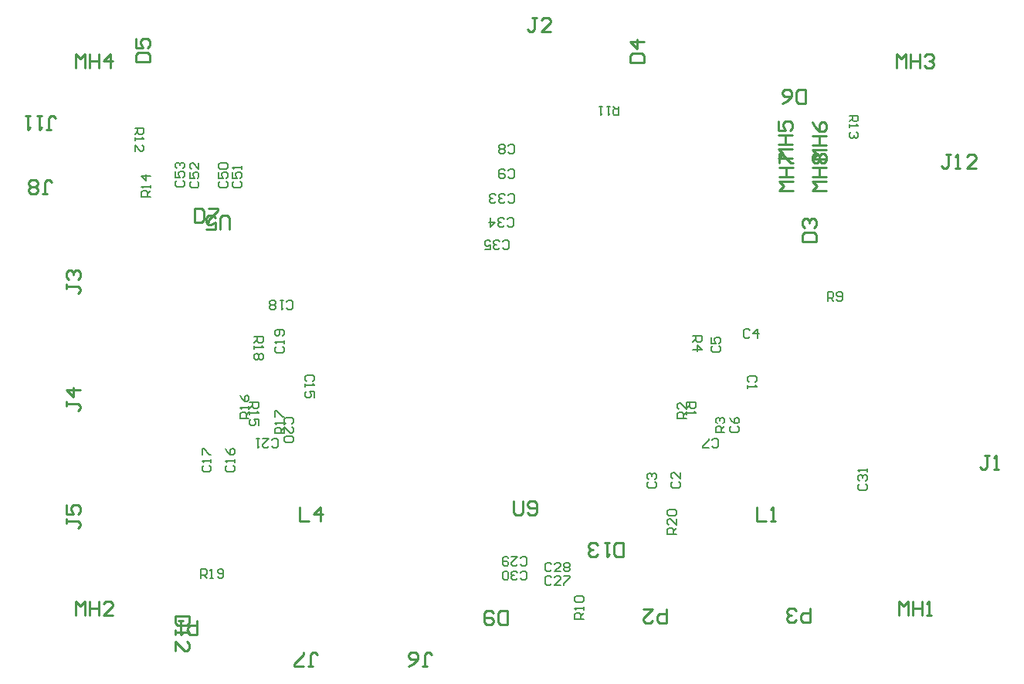
<source format=gbr>
%TF.GenerationSoftware,Altium Limited,Altium Designer,22.5.1 (42)*%
G04 Layer_Color=32768*
%FSLAX44Y44*%
%MOMM*%
%TF.SameCoordinates,15DEB0BC-4505-4058-9DE8-AE4841CA441A*%
%TF.FilePolarity,Positive*%
%TF.FileFunction,Other,Top_Designator*%
%TF.Part,Single*%
G01*
G75*
%TA.AperFunction,NonConductor*%
%ADD68C,0.2000*%
%ADD71C,0.2540*%
%ADD72C,0.1270*%
D68*
X2835Y119669D02*
X4502Y118003D01*
X7834D01*
X9500Y119669D01*
Y126334D01*
X7834Y128000D01*
X4502D01*
X2835Y126334D01*
X-497Y119669D02*
X-2163Y118003D01*
X-5495D01*
X-7161Y119669D01*
Y121335D01*
X-5495Y123001D01*
X-3829D01*
X-5495D01*
X-7161Y124668D01*
Y126334D01*
X-5495Y128000D01*
X-2163D01*
X-497Y126334D01*
X-15492Y128000D02*
Y118003D01*
X-10494Y123001D01*
X-17158D01*
X3335Y146419D02*
X5001Y144753D01*
X8334D01*
X10000Y146419D01*
Y153084D01*
X8334Y154750D01*
X5001D01*
X3335Y153084D01*
X3Y146419D02*
X-1663Y144753D01*
X-4995D01*
X-6661Y146419D01*
Y148085D01*
X-4995Y149752D01*
X-3329D01*
X-4995D01*
X-6661Y151418D01*
Y153084D01*
X-4995Y154750D01*
X-1663D01*
X3Y153084D01*
X-9994Y146419D02*
X-11660Y144753D01*
X-14992D01*
X-16658Y146419D01*
Y148085D01*
X-14992Y149752D01*
X-13326D01*
X-14992D01*
X-16658Y151418D01*
Y153084D01*
X-14992Y154750D01*
X-11660D01*
X-9994Y153084D01*
X3335Y173169D02*
X5001Y171503D01*
X8334D01*
X10000Y173169D01*
Y179834D01*
X8334Y181500D01*
X5001D01*
X3335Y179834D01*
X3D02*
X-1663Y181500D01*
X-4995D01*
X-6661Y179834D01*
Y173169D01*
X-4995Y171503D01*
X-1663D01*
X3Y173169D01*
Y174835D01*
X-1663Y176502D01*
X-6661D01*
X3335Y200419D02*
X5001Y198753D01*
X8334D01*
X10000Y200419D01*
Y207084D01*
X8334Y208750D01*
X5001D01*
X3335Y207084D01*
X3Y200419D02*
X-1663Y198753D01*
X-4995D01*
X-6661Y200419D01*
Y202085D01*
X-4995Y203752D01*
X-6661Y205418D01*
Y207084D01*
X-4995Y208750D01*
X-1663D01*
X3Y207084D01*
Y205418D01*
X-1663Y203752D01*
X3Y202085D01*
Y200419D01*
X-1663Y203752D02*
X-4995D01*
X-239415Y29669D02*
X-237749Y28003D01*
X-234416D01*
X-232750Y29669D01*
Y36334D01*
X-234416Y38000D01*
X-237749D01*
X-239415Y36334D01*
X-242747Y38000D02*
X-246079D01*
X-244413D01*
Y28003D01*
X-242747Y29669D01*
X-251078D02*
X-252744Y28003D01*
X-256076D01*
X-257742Y29669D01*
Y31335D01*
X-256076Y33001D01*
X-257742Y34668D01*
Y36334D01*
X-256076Y38000D01*
X-252744D01*
X-251078Y36334D01*
Y34668D01*
X-252744Y33001D01*
X-251078Y31335D01*
Y29669D01*
X-252744Y33001D02*
X-256076D01*
X-330331Y-143085D02*
X-331997Y-144752D01*
Y-148084D01*
X-330331Y-149750D01*
X-323666D01*
X-322000Y-148084D01*
Y-144752D01*
X-323666Y-143085D01*
X-322000Y-139753D02*
Y-136421D01*
Y-138087D01*
X-331997D01*
X-330331Y-139753D01*
X-331997Y-131423D02*
Y-124758D01*
X-330331D01*
X-323666Y-131423D01*
X-322000D01*
X-304331Y-143085D02*
X-305997Y-144752D01*
Y-148084D01*
X-304331Y-149750D01*
X-297666D01*
X-296000Y-148084D01*
Y-144752D01*
X-297666Y-143085D01*
X-296000Y-139753D02*
Y-136421D01*
Y-138087D01*
X-305997D01*
X-304331Y-139753D01*
X-305997Y-124758D02*
X-304331Y-128090D01*
X-300998Y-131423D01*
X-297666D01*
X-296000Y-129756D01*
Y-126424D01*
X-297666Y-124758D01*
X-299332D01*
X-300998Y-126424D01*
Y-131423D01*
X268665Y4581D02*
X266999Y6247D01*
X263666D01*
X262000Y4581D01*
Y-2084D01*
X263666Y-3750D01*
X266999D01*
X268665Y-2084D01*
X276995Y-3750D02*
Y6247D01*
X271997Y1248D01*
X278661D01*
X157669Y-161586D02*
X156003Y-163252D01*
Y-166584D01*
X157669Y-168250D01*
X164334D01*
X166000Y-166584D01*
Y-163252D01*
X164334Y-161586D01*
X157669Y-158253D02*
X156003Y-156587D01*
Y-153255D01*
X157669Y-151589D01*
X159335D01*
X161002Y-153255D01*
Y-154921D01*
Y-153255D01*
X162668Y-151589D01*
X164334D01*
X166000Y-153255D01*
Y-156587D01*
X164334Y-158253D01*
X184169Y-161336D02*
X182503Y-163002D01*
Y-166334D01*
X184169Y-168000D01*
X190834D01*
X192500Y-166334D01*
Y-163002D01*
X190834Y-161336D01*
X192500Y-151339D02*
Y-158003D01*
X185835Y-151339D01*
X184169D01*
X182503Y-153005D01*
Y-156337D01*
X184169Y-158003D01*
D71*
X-480859Y-201639D02*
Y-206717D01*
Y-204178D01*
X-468164D01*
X-465625Y-206717D01*
Y-209257D01*
X-468164Y-211796D01*
X-480859Y-186404D02*
Y-196561D01*
X-473242D01*
X-475781Y-191483D01*
Y-188943D01*
X-473242Y-186404D01*
X-468164D01*
X-465625Y-188943D01*
Y-194022D01*
X-468164Y-196561D01*
X-480859Y55361D02*
Y50283D01*
Y52822D01*
X-468164D01*
X-465624Y50283D01*
Y47743D01*
X-468164Y45204D01*
X-478320Y60439D02*
X-480859Y62978D01*
Y68057D01*
X-478320Y70596D01*
X-475781D01*
X-473242Y68057D01*
Y65518D01*
Y68057D01*
X-470703Y70596D01*
X-468164D01*
X-465624Y68057D01*
Y62978D01*
X-468164Y60439D01*
X-507211Y154882D02*
X-502132D01*
X-504672D01*
Y167578D01*
X-502132Y170117D01*
X-499593D01*
X-497054Y167578D01*
X-512289Y157422D02*
X-514828Y154882D01*
X-519907D01*
X-522446Y157422D01*
Y159961D01*
X-519907Y162500D01*
X-522446Y165039D01*
Y167578D01*
X-519907Y170117D01*
X-514828D01*
X-512289Y167578D01*
Y165039D01*
X-514828Y162500D01*
X-512289Y159961D01*
Y157422D01*
X-514828Y162500D02*
X-519907D01*
X-502652Y225133D02*
X-497574D01*
X-500113D01*
Y237828D01*
X-497574Y240368D01*
X-495034D01*
X-492495Y237828D01*
X-507730Y240368D02*
X-512809D01*
X-510270D01*
Y225133D01*
X-507730Y227672D01*
X-520426Y240368D02*
X-525505D01*
X-522966D01*
Y225133D01*
X-520426Y227672D01*
X-225196Y-189382D02*
Y-204618D01*
X-215039D01*
X-202343D02*
Y-189382D01*
X-209961Y-197000D01*
X-199804D01*
X-340506Y138597D02*
Y123363D01*
X-332888D01*
X-330349Y125902D01*
Y136058D01*
X-332888Y138597D01*
X-340506D01*
X-325271D02*
X-315114D01*
Y136058D01*
X-325271Y125902D01*
Y123363D01*
X-404598Y299244D02*
X-389362D01*
Y306862D01*
X-391902Y309401D01*
X-402058D01*
X-404598Y306862D01*
Y299244D01*
Y324636D02*
Y314479D01*
X-396980D01*
X-399519Y319557D01*
Y322097D01*
X-396980Y324636D01*
X-391902D01*
X-389362Y322097D01*
Y317018D01*
X-391902Y314479D01*
X176796Y-300583D02*
Y-315818D01*
X169178D01*
X166639Y-313278D01*
Y-308200D01*
X169178Y-305661D01*
X176796D01*
X151404Y-300583D02*
X161561D01*
X151404Y-310739D01*
Y-313278D01*
X153943Y-315818D01*
X159022D01*
X161561Y-313278D01*
X9173Y-182633D02*
Y-195328D01*
X11712Y-197868D01*
X16791D01*
X19330Y-195328D01*
Y-182633D01*
X24408Y-195328D02*
X26947Y-197868D01*
X32026D01*
X34565Y-195328D01*
Y-185172D01*
X32026Y-182633D01*
X26947D01*
X24408Y-185172D01*
Y-187711D01*
X26947Y-190250D01*
X34565D01*
X276343Y-189382D02*
Y-204618D01*
X286500D01*
X291578D02*
X296657D01*
X294118D01*
Y-189382D01*
X291578Y-191922D01*
X531240Y-132122D02*
X526162D01*
X528701D01*
Y-144818D01*
X526162Y-147358D01*
X523623D01*
X521083Y-144818D01*
X536318Y-147358D02*
X541397D01*
X538858D01*
Y-132122D01*
X536318Y-134662D01*
X326152Y101744D02*
X341387D01*
Y109362D01*
X338848Y111901D01*
X328692D01*
X326152Y109362D01*
Y101744D01*
X328692Y116979D02*
X326152Y119518D01*
Y124597D01*
X328692Y127136D01*
X331231D01*
X333770Y124597D01*
Y122058D01*
Y124597D01*
X336309Y127136D01*
X338848D01*
X341387Y124597D01*
Y119518D01*
X338848Y116979D01*
X488863Y198118D02*
X483784D01*
X486324D01*
Y185422D01*
X483784Y182882D01*
X481245D01*
X478706Y185422D01*
X493941Y182882D02*
X499020D01*
X496480D01*
Y198118D01*
X493941Y195578D01*
X516794Y182882D02*
X506637D01*
X516794Y193039D01*
Y195578D01*
X514255Y198118D01*
X509176D01*
X506637Y195578D01*
X34961Y347868D02*
X29883D01*
X32422D01*
Y335172D01*
X29883Y332632D01*
X27343D01*
X24804Y335172D01*
X50196Y332632D02*
X40039D01*
X50196Y342789D01*
Y345328D01*
X47657Y347868D01*
X42578D01*
X40039Y345328D01*
X-301790Y115975D02*
Y128671D01*
X-304329Y131210D01*
X-309408D01*
X-311947Y128671D01*
Y115975D01*
X-327182D02*
X-317025D01*
Y123592D01*
X-322103Y121053D01*
X-324643D01*
X-327182Y123592D01*
Y128671D01*
X-324643Y131210D01*
X-319564D01*
X-317025Y128671D01*
X-480859Y-73139D02*
Y-78218D01*
Y-75678D01*
X-468164D01*
X-465625Y-78218D01*
Y-80757D01*
X-468164Y-83296D01*
X-465625Y-60443D02*
X-480859D01*
X-473242Y-68061D01*
Y-57904D01*
X334596Y-300082D02*
Y-315318D01*
X326978D01*
X324439Y-312778D01*
Y-307700D01*
X326978Y-305161D01*
X334596D01*
X319361Y-312778D02*
X316822Y-315318D01*
X311743D01*
X309204Y-312778D01*
Y-310239D01*
X311743Y-307700D01*
X314282D01*
X311743D01*
X309204Y-305161D01*
Y-302622D01*
X311743Y-300082D01*
X316822D01*
X319361Y-302622D01*
X-337843Y-313883D02*
Y-329118D01*
X-345461D01*
X-348000Y-326578D01*
Y-321500D01*
X-345461Y-318961D01*
X-337843D01*
X-353078Y-313883D02*
X-358157D01*
X-355617D01*
Y-329118D01*
X-353078Y-326578D01*
X352617Y157937D02*
X337383D01*
X342461Y163015D01*
X337383Y168093D01*
X352617D01*
X337383Y173172D02*
X352617D01*
X345000D01*
Y183328D01*
X337383D01*
X352617D01*
X339922Y188407D02*
X337383Y190946D01*
Y196024D01*
X339922Y198563D01*
X342461D01*
X345000Y196024D01*
X347539Y198563D01*
X350078D01*
X352617Y196024D01*
Y190946D01*
X350078Y188407D01*
X347539D01*
X345000Y190946D01*
X342461Y188407D01*
X339922D01*
X345000Y190946D02*
Y196024D01*
X315938Y158317D02*
X300702D01*
X305781Y163395D01*
X300702Y168473D01*
X315938D01*
X300702Y173552D02*
X315938D01*
X308320D01*
Y183708D01*
X300702D01*
X315938D01*
X300702Y188787D02*
Y198944D01*
X303242D01*
X313398Y188787D01*
X315938D01*
X352357Y192817D02*
X337122D01*
X342201Y197895D01*
X337122Y202973D01*
X352357D01*
X337122Y208052D02*
X352357D01*
X344740D01*
Y218208D01*
X337122D01*
X352357D01*
X337122Y233443D02*
X339662Y228365D01*
X344740Y223287D01*
X349818D01*
X352357Y225826D01*
Y230904D01*
X349818Y233443D01*
X347279D01*
X344740Y230904D01*
Y223287D01*
X315368Y193187D02*
X300133D01*
X305211Y198265D01*
X300133Y203343D01*
X315368D01*
X300133Y208422D02*
X315368D01*
X307750D01*
Y218578D01*
X300133D01*
X315368D01*
X300133Y233813D02*
Y223657D01*
X307750D01*
X305211Y228735D01*
Y231274D01*
X307750Y233813D01*
X312828D01*
X315368Y231274D01*
Y226196D01*
X312828Y223657D01*
X-470313Y292383D02*
Y307617D01*
X-465235Y302539D01*
X-460157Y307617D01*
Y292383D01*
X-455078Y307617D02*
Y292383D01*
Y300000D01*
X-444922D01*
Y307617D01*
Y292383D01*
X-432226D02*
Y307617D01*
X-439843Y300000D01*
X-429687D01*
X429687Y292383D02*
Y307617D01*
X434765Y302539D01*
X439843Y307617D01*
Y292383D01*
X444922Y307617D02*
Y292383D01*
Y300000D01*
X455078D01*
Y307617D01*
Y292383D01*
X460157Y305078D02*
X462696Y307617D01*
X467774D01*
X470313Y305078D01*
Y302539D01*
X467774Y300000D01*
X465235D01*
X467774D01*
X470313Y297461D01*
Y294922D01*
X467774Y292383D01*
X462696D01*
X460157Y294922D01*
X-470313Y-307617D02*
Y-292383D01*
X-465235Y-297461D01*
X-460157Y-292383D01*
Y-307617D01*
X-455078Y-292383D02*
Y-307617D01*
Y-300000D01*
X-444922D01*
Y-292383D01*
Y-307617D01*
X-429687D02*
X-439843D01*
X-429687Y-297461D01*
Y-294922D01*
X-432226Y-292383D01*
X-437304D01*
X-439843Y-294922D01*
X432226Y-307617D02*
Y-292383D01*
X437304Y-297461D01*
X442383Y-292383D01*
Y-307617D01*
X447461Y-292383D02*
Y-307617D01*
Y-300000D01*
X457618D01*
Y-292383D01*
Y-307617D01*
X462696D02*
X467774D01*
X465235D01*
Y-292383D01*
X462696Y-294922D01*
X-215711Y-363610D02*
X-210632D01*
X-213172D01*
Y-350914D01*
X-210632Y-348374D01*
X-208093D01*
X-205554Y-350914D01*
X-220789Y-363610D02*
X-230946D01*
Y-361070D01*
X-220789Y-350914D01*
Y-348374D01*
X-90211Y-363860D02*
X-85133D01*
X-87672D01*
Y-351164D01*
X-85133Y-348624D01*
X-82593D01*
X-80054Y-351164D01*
X-105446Y-363860D02*
X-100367Y-361320D01*
X-95289Y-356242D01*
Y-351164D01*
X-97828Y-348624D01*
X-102907D01*
X-105446Y-351164D01*
Y-353703D01*
X-102907Y-356242D01*
X-95289D01*
X129604Y-243348D02*
Y-228113D01*
X121986D01*
X119447Y-230652D01*
Y-240808D01*
X121986Y-243348D01*
X129604D01*
X114369Y-228113D02*
X109290D01*
X111830D01*
Y-243348D01*
X114369Y-240808D01*
X101673D02*
X99134Y-243348D01*
X94055D01*
X91516Y-240808D01*
Y-238269D01*
X94055Y-235730D01*
X96594D01*
X94055D01*
X91516Y-233191D01*
Y-230652D01*
X94055Y-228113D01*
X99134D01*
X101673Y-230652D01*
X-345902Y-308646D02*
X-361138D01*
Y-316264D01*
X-358598Y-318803D01*
X-348442D01*
X-345902Y-316264D01*
Y-308646D01*
X-361138Y-323881D02*
Y-328960D01*
Y-326421D01*
X-345902D01*
X-348442Y-323881D01*
X-361138Y-346734D02*
Y-336577D01*
X-350981Y-346734D01*
X-348442D01*
X-345902Y-344195D01*
Y-339116D01*
X-348442Y-336577D01*
X2506Y-317598D02*
Y-302362D01*
X-5112D01*
X-7651Y-304902D01*
Y-315058D01*
X-5112Y-317598D01*
X2506D01*
X-12729Y-304902D02*
X-15268Y-302362D01*
X-20347D01*
X-22886Y-304902D01*
Y-315058D01*
X-20347Y-317598D01*
X-15268D01*
X-12729Y-315058D01*
Y-312519D01*
X-15268Y-309980D01*
X-22886D01*
X329506Y253652D02*
Y268888D01*
X321888D01*
X319349Y266348D01*
Y256192D01*
X321888Y253652D01*
X329506D01*
X304114D02*
X309193Y256192D01*
X314271Y261270D01*
Y266348D01*
X311732Y268888D01*
X306653D01*
X304114Y266348D01*
Y263809D01*
X306653Y261270D01*
X314271D01*
X137402Y298494D02*
X152638D01*
Y306112D01*
X150098Y308651D01*
X139942D01*
X137402Y306112D01*
Y298494D01*
X152638Y321347D02*
X137402D01*
X145020Y313729D01*
Y323886D01*
D72*
X-233649Y-97685D02*
X-231983Y-96018D01*
Y-92686D01*
X-233649Y-91020D01*
X-240314D01*
X-241980Y-92686D01*
Y-96018D01*
X-240314Y-97685D01*
X-241980Y-107681D02*
Y-101017D01*
X-235315Y-107681D01*
X-233649D01*
X-231983Y-106015D01*
Y-102683D01*
X-233649Y-101017D01*
Y-111014D02*
X-231983Y-112680D01*
Y-116012D01*
X-233649Y-117678D01*
X-240314D01*
X-241980Y-116012D01*
Y-112680D01*
X-240314Y-111014D01*
X-233649D01*
X-241770Y-108230D02*
X-251767D01*
Y-103231D01*
X-250101Y-101565D01*
X-246768D01*
X-245102Y-103231D01*
Y-108230D01*
Y-104898D02*
X-241770Y-101565D01*
Y-98233D02*
Y-94901D01*
Y-96567D01*
X-251767D01*
X-250101Y-98233D01*
X-251767Y-89902D02*
Y-83238D01*
X-250101D01*
X-243436Y-89902D01*
X-241770D01*
X-255435Y-122101D02*
X-253769Y-123767D01*
X-250436D01*
X-248770Y-122101D01*
Y-115436D01*
X-250436Y-113770D01*
X-253769D01*
X-255435Y-115436D01*
X-265431Y-113770D02*
X-258767D01*
X-265431Y-120435D01*
Y-122101D01*
X-263765Y-123767D01*
X-260433D01*
X-258767Y-122101D01*
X-268764Y-113770D02*
X-272096D01*
X-270430D01*
Y-123767D01*
X-268764Y-122101D01*
X-210649Y-50685D02*
X-208983Y-49019D01*
Y-45686D01*
X-210649Y-44020D01*
X-217314D01*
X-218980Y-45686D01*
Y-49019D01*
X-217314Y-50685D01*
X-218980Y-54017D02*
Y-57349D01*
Y-55683D01*
X-208983D01*
X-210649Y-54017D01*
X-208983Y-69012D02*
Y-62348D01*
X-213981D01*
X-212315Y-65680D01*
Y-67346D01*
X-213981Y-69012D01*
X-217314D01*
X-218980Y-67346D01*
Y-64014D01*
X-217314Y-62348D01*
X-279730Y-74270D02*
X-269733D01*
Y-79268D01*
X-271399Y-80935D01*
X-274732D01*
X-276398Y-79268D01*
Y-74270D01*
Y-77602D02*
X-279730Y-80935D01*
Y-84267D02*
Y-87599D01*
Y-85933D01*
X-269733D01*
X-271399Y-84267D01*
X-269733Y-99262D02*
Y-92598D01*
X-274732D01*
X-273065Y-95930D01*
Y-97596D01*
X-274732Y-99262D01*
X-278064D01*
X-279730Y-97596D01*
Y-94264D01*
X-278064Y-92598D01*
X-280520Y-91480D02*
X-290517D01*
Y-86482D01*
X-288851Y-84816D01*
X-285518D01*
X-283852Y-86482D01*
Y-91480D01*
Y-88148D02*
X-280520Y-84816D01*
Y-81483D02*
Y-78151D01*
Y-79817D01*
X-290517D01*
X-288851Y-81483D01*
X-290517Y-66488D02*
X-288851Y-69820D01*
X-285518Y-73153D01*
X-282186D01*
X-280520Y-71487D01*
Y-68154D01*
X-282186Y-66488D01*
X-283852D01*
X-285518Y-68154D01*
Y-73153D01*
X-250601Y-12815D02*
X-252267Y-14482D01*
Y-17814D01*
X-250601Y-19480D01*
X-243936D01*
X-242270Y-17814D01*
Y-14482D01*
X-243936Y-12815D01*
X-242270Y-9483D02*
Y-6151D01*
Y-7817D01*
X-252267D01*
X-250601Y-9483D01*
X-243936Y-1152D02*
X-242270Y514D01*
Y3846D01*
X-243936Y5512D01*
X-250601D01*
X-252267Y3846D01*
Y514D01*
X-250601Y-1152D01*
X-248935D01*
X-247269Y514D01*
Y5512D01*
X-274730Y-2020D02*
X-264733D01*
Y-7018D01*
X-266399Y-8685D01*
X-269732D01*
X-271398Y-7018D01*
Y-2020D01*
Y-5352D02*
X-274730Y-8685D01*
Y-12017D02*
Y-15349D01*
Y-13683D01*
X-264733D01*
X-266399Y-12017D01*
Y-20347D02*
X-264733Y-22014D01*
Y-25346D01*
X-266399Y-27012D01*
X-268065D01*
X-269732Y-25346D01*
X-271398Y-27012D01*
X-273064D01*
X-274730Y-25346D01*
Y-22014D01*
X-273064Y-20347D01*
X-271398D01*
X-269732Y-22014D01*
X-268065Y-20347D01*
X-266399D01*
X-269732Y-22014D02*
Y-25346D01*
X-296601Y168435D02*
X-298267Y166768D01*
Y163436D01*
X-296601Y161770D01*
X-289936D01*
X-288270Y163436D01*
Y166768D01*
X-289936Y168435D01*
X-298267Y178431D02*
Y171767D01*
X-293269D01*
X-294935Y175099D01*
Y176765D01*
X-293269Y178431D01*
X-289936D01*
X-288270Y176765D01*
Y173433D01*
X-289936Y171767D01*
X-288270Y181764D02*
Y185096D01*
Y183430D01*
X-298267D01*
X-296601Y181764D01*
X-312351Y168185D02*
X-314017Y166518D01*
Y163186D01*
X-312351Y161520D01*
X-305686D01*
X-304020Y163186D01*
Y166518D01*
X-305686Y168185D01*
X-314017Y178181D02*
Y171517D01*
X-309018D01*
X-310685Y174849D01*
Y176515D01*
X-309018Y178181D01*
X-305686D01*
X-304020Y176515D01*
Y173183D01*
X-305686Y171517D01*
X-312351Y181514D02*
X-314017Y183180D01*
Y186512D01*
X-312351Y188178D01*
X-305686D01*
X-304020Y186512D01*
Y183180D01*
X-305686Y181514D01*
X-312351D01*
X-343851Y168435D02*
X-345517Y166768D01*
Y163436D01*
X-343851Y161770D01*
X-337186D01*
X-335520Y163436D01*
Y166768D01*
X-337186Y168435D01*
X-345517Y178431D02*
Y171767D01*
X-340518D01*
X-342185Y175099D01*
Y176765D01*
X-340518Y178431D01*
X-337186D01*
X-335520Y176765D01*
Y173433D01*
X-337186Y171767D01*
X-335520Y188428D02*
Y181764D01*
X-342185Y188428D01*
X-343851D01*
X-345517Y186762D01*
Y183430D01*
X-343851Y181764D01*
X-359351Y168935D02*
X-361017Y167269D01*
Y163936D01*
X-359351Y162270D01*
X-352686D01*
X-351020Y163936D01*
Y167269D01*
X-352686Y168935D01*
X-361017Y178931D02*
Y172267D01*
X-356018D01*
X-357685Y175599D01*
Y177265D01*
X-356018Y178931D01*
X-352686D01*
X-351020Y177265D01*
Y173933D01*
X-352686Y172267D01*
X-359351Y182264D02*
X-361017Y183930D01*
Y187262D01*
X-359351Y188928D01*
X-357685D01*
X-356018Y187262D01*
Y185596D01*
Y187262D01*
X-354352Y188928D01*
X-352686D01*
X-351020Y187262D01*
Y183930D01*
X-352686Y182264D01*
X-405730Y226230D02*
X-395733D01*
Y221231D01*
X-397399Y219565D01*
X-400732D01*
X-402398Y221231D01*
Y226230D01*
Y222898D02*
X-405730Y219565D01*
Y216233D02*
Y212901D01*
Y214567D01*
X-395733D01*
X-397399Y216233D01*
X-405730Y201238D02*
Y207903D01*
X-399065Y201238D01*
X-397399D01*
X-395733Y202904D01*
Y206236D01*
X-397399Y207903D01*
X86230Y-311730D02*
X76233D01*
Y-306731D01*
X77899Y-305065D01*
X81231D01*
X82898Y-306731D01*
Y-311730D01*
Y-308398D02*
X86230Y-305065D01*
Y-301733D02*
Y-298401D01*
Y-300067D01*
X76233D01*
X77899Y-301733D01*
Y-293403D02*
X76233Y-291736D01*
Y-288404D01*
X77899Y-286738D01*
X84564D01*
X86230Y-288404D01*
Y-291736D01*
X84564Y-293403D01*
X77899D01*
X50935Y-265899D02*
X49268Y-264233D01*
X45936D01*
X44270Y-265899D01*
Y-272564D01*
X45936Y-274230D01*
X49268D01*
X50935Y-272564D01*
X60931Y-274230D02*
X54267D01*
X60931Y-267565D01*
Y-265899D01*
X59265Y-264233D01*
X55933D01*
X54267Y-265899D01*
X64264Y-264233D02*
X70928D01*
Y-265899D01*
X64264Y-272564D01*
Y-274230D01*
X50935Y-251399D02*
X49268Y-249733D01*
X45936D01*
X44270Y-251399D01*
Y-258064D01*
X45936Y-259730D01*
X49268D01*
X50935Y-258064D01*
X60931Y-259730D02*
X54267D01*
X60931Y-253065D01*
Y-251399D01*
X59265Y-249733D01*
X55933D01*
X54267Y-251399D01*
X64264D02*
X65930Y-249733D01*
X69262D01*
X70928Y-251399D01*
Y-253065D01*
X69262Y-254732D01*
X70928Y-256398D01*
Y-258064D01*
X69262Y-259730D01*
X65930D01*
X64264Y-258064D01*
Y-256398D01*
X65930Y-254732D01*
X64264Y-253065D01*
Y-251399D01*
X65930Y-254732D02*
X69262D01*
X17315Y-251851D02*
X18981Y-253517D01*
X22314D01*
X23980Y-251851D01*
Y-245186D01*
X22314Y-243520D01*
X18981D01*
X17315Y-245186D01*
X7319Y-243520D02*
X13983D01*
X7319Y-250185D01*
Y-251851D01*
X8985Y-253517D01*
X12317D01*
X13983Y-251851D01*
X3986Y-245186D02*
X2320Y-243520D01*
X-1012D01*
X-2678Y-245186D01*
Y-251851D01*
X-1012Y-253517D01*
X2320D01*
X3986Y-251851D01*
Y-250185D01*
X2320Y-248519D01*
X-2678D01*
X17315Y-267351D02*
X18981Y-269017D01*
X22314D01*
X23980Y-267351D01*
Y-260686D01*
X22314Y-259020D01*
X18981D01*
X17315Y-260686D01*
X13983Y-267351D02*
X12317Y-269017D01*
X8985D01*
X7319Y-267351D01*
Y-265685D01*
X8985Y-264018D01*
X10651D01*
X8985D01*
X7319Y-262352D01*
Y-260686D01*
X8985Y-259020D01*
X12317D01*
X13983Y-260686D01*
X3986Y-267351D02*
X2320Y-269017D01*
X-1012D01*
X-2678Y-267351D01*
Y-260686D01*
X-1012Y-259020D01*
X2320D01*
X3986Y-260686D01*
Y-267351D01*
X187980Y-218480D02*
X177983D01*
Y-213482D01*
X179649Y-211815D01*
X182981D01*
X184648Y-213482D01*
Y-218480D01*
Y-215148D02*
X187980Y-211815D01*
Y-201819D02*
Y-208483D01*
X181315Y-201819D01*
X179649D01*
X177983Y-203485D01*
Y-206817D01*
X179649Y-208483D01*
Y-198486D02*
X177983Y-196820D01*
Y-193488D01*
X179649Y-191822D01*
X186314D01*
X187980Y-193488D01*
Y-196820D01*
X186314Y-198486D01*
X179649D01*
X274601Y-51934D02*
X276267Y-50268D01*
Y-46936D01*
X274601Y-45270D01*
X267936D01*
X266270Y-46936D01*
Y-50268D01*
X267936Y-51934D01*
X266270Y-55267D02*
Y-58599D01*
Y-56933D01*
X276267D01*
X274601Y-55267D01*
X248149Y-100566D02*
X246483Y-102232D01*
Y-105564D01*
X248149Y-107230D01*
X254814D01*
X256480Y-105564D01*
Y-102232D01*
X254814Y-100566D01*
X246483Y-90569D02*
X248149Y-93901D01*
X251482Y-97233D01*
X254814D01*
X256480Y-95567D01*
Y-92235D01*
X254814Y-90569D01*
X253148D01*
X251482Y-92235D01*
Y-97233D01*
X240980Y-107230D02*
X230983D01*
Y-102232D01*
X232649Y-100566D01*
X235982D01*
X237648Y-102232D01*
Y-107230D01*
Y-103898D02*
X240980Y-100566D01*
X232649Y-97233D02*
X230983Y-95567D01*
Y-92235D01*
X232649Y-90569D01*
X234315D01*
X235982Y-92235D01*
Y-93901D01*
Y-92235D01*
X237648Y-90569D01*
X239314D01*
X240980Y-92235D01*
Y-95567D01*
X239314Y-97233D01*
X227066Y-122351D02*
X228732Y-124017D01*
X232064D01*
X233730Y-122351D01*
Y-115686D01*
X232064Y-114020D01*
X228732D01*
X227066Y-115686D01*
X223733Y-124017D02*
X217069D01*
Y-122351D01*
X223733Y-115686D01*
Y-114020D01*
X377520Y240480D02*
X387517D01*
Y235481D01*
X385851Y233815D01*
X382519D01*
X380852Y235481D01*
Y240480D01*
Y237148D02*
X377520Y233815D01*
Y230483D02*
Y227151D01*
Y228817D01*
X387517D01*
X385851Y230483D01*
Y222153D02*
X387517Y220486D01*
Y217154D01*
X385851Y215488D01*
X384185D01*
X382519Y217154D01*
Y218820D01*
Y217154D01*
X380852Y215488D01*
X379186D01*
X377520Y217154D01*
Y220486D01*
X379186Y222153D01*
X-2185Y95149D02*
X-518Y93483D01*
X2814D01*
X4480Y95149D01*
Y101814D01*
X2814Y103480D01*
X-518D01*
X-2185Y101814D01*
X-5517Y95149D02*
X-7183Y93483D01*
X-10515D01*
X-12181Y95149D01*
Y96815D01*
X-10515Y98482D01*
X-8849D01*
X-10515D01*
X-12181Y100148D01*
Y101814D01*
X-10515Y103480D01*
X-7183D01*
X-5517Y101814D01*
X-22178Y93483D02*
X-15514D01*
Y98482D01*
X-18846Y96815D01*
X-20512D01*
X-22178Y98482D01*
Y101814D01*
X-20512Y103480D01*
X-17180D01*
X-15514Y101814D01*
X-333480Y-266980D02*
Y-256983D01*
X-328481D01*
X-326815Y-258649D01*
Y-261982D01*
X-328481Y-263648D01*
X-333480D01*
X-330148D02*
X-326815Y-266980D01*
X-323483D02*
X-320151D01*
X-321817D01*
Y-256983D01*
X-323483Y-258649D01*
X-315152Y-265314D02*
X-313486Y-266980D01*
X-310154D01*
X-308488Y-265314D01*
Y-258649D01*
X-310154Y-256983D01*
X-313486D01*
X-315152Y-258649D01*
Y-260315D01*
X-313486Y-261982D01*
X-308488D01*
X-388770Y151020D02*
X-398767D01*
Y156018D01*
X-397101Y157685D01*
X-393769D01*
X-392102Y156018D01*
Y151020D01*
Y154352D02*
X-388770Y157685D01*
Y161017D02*
Y164349D01*
Y162683D01*
X-398767D01*
X-397101Y161017D01*
X-388770Y174346D02*
X-398767D01*
X-393769Y169347D01*
Y176012D01*
X124980Y250730D02*
Y240733D01*
X119982D01*
X118315Y242399D01*
Y245732D01*
X119982Y247398D01*
X124980D01*
X121648D02*
X118315Y250730D01*
X114983D02*
X111651D01*
X113317D01*
Y240733D01*
X114983Y242399D01*
X106653Y250730D02*
X103320D01*
X104986D01*
Y240733D01*
X106653Y242399D01*
X353770Y37270D02*
Y47267D01*
X358768D01*
X360434Y45601D01*
Y42268D01*
X358768Y40602D01*
X353770D01*
X357102D02*
X360434Y37270D01*
X363767Y38936D02*
X365433Y37270D01*
X368765D01*
X370431Y38936D01*
Y45601D01*
X368765Y47267D01*
X365433D01*
X363767Y45601D01*
Y43934D01*
X365433Y42268D01*
X370431D01*
X206020Y-1520D02*
X216017D01*
Y-6518D01*
X214351Y-8184D01*
X211018D01*
X209352Y-6518D01*
Y-1520D01*
Y-4852D02*
X206020Y-8184D01*
Y-16515D02*
X216017D01*
X211018Y-11517D01*
Y-18181D01*
X388649Y-163815D02*
X386983Y-165481D01*
Y-168814D01*
X388649Y-170480D01*
X395314D01*
X396980Y-168814D01*
Y-165481D01*
X395314Y-163815D01*
X388649Y-160483D02*
X386983Y-158817D01*
Y-155485D01*
X388649Y-153819D01*
X390315D01*
X391982Y-155485D01*
Y-157151D01*
Y-155485D01*
X393648Y-153819D01*
X395314D01*
X396980Y-155485D01*
Y-158817D01*
X395314Y-160483D01*
X396980Y-150486D02*
Y-147154D01*
Y-148820D01*
X386983D01*
X388649Y-150486D01*
X228149Y-12565D02*
X226483Y-14232D01*
Y-17564D01*
X228149Y-19230D01*
X234814D01*
X236480Y-17564D01*
Y-14232D01*
X234814Y-12565D01*
X226483Y-2569D02*
Y-9233D01*
X231482D01*
X229816Y-5901D01*
Y-4235D01*
X231482Y-2569D01*
X234814D01*
X236480Y-4235D01*
Y-7567D01*
X234814Y-9233D01*
X198980Y-91480D02*
X188983D01*
Y-86482D01*
X190649Y-84816D01*
X193982D01*
X195648Y-86482D01*
Y-91480D01*
Y-88148D02*
X198980Y-84816D01*
Y-74819D02*
Y-81483D01*
X192316Y-74819D01*
X190649D01*
X188983Y-76485D01*
Y-79817D01*
X190649Y-81483D01*
X199270Y-73770D02*
X209267D01*
Y-78768D01*
X207601Y-80435D01*
X204268D01*
X202602Y-78768D01*
Y-73770D01*
Y-77102D02*
X199270Y-80435D01*
Y-83767D02*
Y-87099D01*
Y-85433D01*
X209267D01*
X207601Y-83767D01*
%TF.MD5,3df58a1c46939ce10cfecc7cda8f9e6d*%
M02*

</source>
